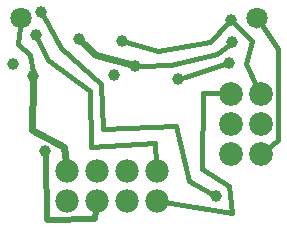
<source format=gbl>
G04 MADE WITH FRITZING*
G04 WWW.FRITZING.ORG*
G04 DOUBLE SIDED*
G04 HOLES PLATED*
G04 CONTOUR ON CENTER OF CONTOUR VECTOR*
%ASAXBY*%
%FSLAX23Y23*%
%MOIN*%
%OFA0B0*%
%SFA1.0B1.0*%
%ADD10C,0.079370*%
%ADD11C,0.071181*%
%ADD12C,0.078000*%
%ADD13C,0.039370*%
%ADD14C,0.024000*%
%ADD15C,0.016000*%
%ADD16C,0.021000*%
%ADD17R,0.001000X0.001000*%
%LNCOPPER0*%
G90*
G70*
G54D10*
X798Y479D03*
X798Y379D03*
X798Y279D03*
X798Y479D03*
X798Y379D03*
X798Y279D03*
X898Y279D03*
X898Y379D03*
X898Y479D03*
G54D11*
X885Y733D03*
X98Y733D03*
X885Y733D03*
X98Y733D03*
X885Y733D03*
X98Y733D03*
G54D12*
X252Y123D03*
X352Y123D03*
X452Y123D03*
X552Y123D03*
X252Y123D03*
X352Y123D03*
X452Y123D03*
X552Y123D03*
X552Y223D03*
X452Y223D03*
X352Y223D03*
X252Y223D03*
G54D13*
X409Y543D03*
X293Y662D03*
X480Y573D03*
X181Y287D03*
X148Y676D03*
X435Y655D03*
X804Y651D03*
X141Y537D03*
X748Y139D03*
X167Y753D03*
X622Y527D03*
X794Y581D03*
X72Y579D03*
X798Y726D03*
G54D14*
X135Y359D02*
X244Y301D01*
D02*
X244Y301D02*
X249Y253D01*
D02*
X140Y518D02*
X135Y359D01*
G54D15*
D02*
X129Y609D02*
X139Y550D01*
D02*
X89Y644D02*
X129Y609D01*
D02*
X95Y702D02*
X89Y644D01*
G54D14*
D02*
X348Y607D02*
X306Y649D01*
D02*
X462Y578D02*
X348Y607D01*
G54D16*
D02*
X346Y63D02*
X349Y93D01*
D02*
X185Y57D02*
X346Y63D01*
D02*
X182Y268D02*
X185Y57D01*
G54D15*
D02*
X707Y481D02*
X773Y480D01*
D02*
X792Y170D02*
X704Y229D01*
D02*
X704Y229D02*
X707Y481D01*
D02*
X804Y81D02*
X792Y170D01*
D02*
X576Y119D02*
X804Y81D01*
D02*
X191Y592D02*
X154Y664D01*
D02*
X331Y489D02*
X191Y592D01*
D02*
X546Y314D02*
X333Y303D01*
D02*
X550Y247D02*
X546Y314D01*
D02*
X729Y651D02*
X557Y622D01*
D02*
X850Y577D02*
X868Y655D01*
D02*
X789Y716D02*
X729Y651D01*
D02*
X868Y655D02*
X808Y716D01*
D02*
X557Y622D02*
X448Y652D01*
D02*
X887Y502D02*
X850Y577D01*
D02*
X754Y613D02*
X600Y576D01*
D02*
X600Y576D02*
X493Y573D01*
D02*
X793Y643D02*
X754Y613D01*
D02*
X661Y187D02*
X736Y145D01*
D02*
X233Y631D02*
X365Y511D01*
D02*
X365Y511D02*
X372Y361D01*
D02*
X372Y361D02*
X615Y372D01*
D02*
X615Y372D02*
X661Y187D01*
D02*
X173Y742D02*
X233Y631D01*
D02*
X333Y303D02*
X331Y489D01*
D02*
X781Y577D02*
X635Y531D01*
D02*
X957Y326D02*
X955Y627D01*
D02*
X955Y627D02*
X903Y707D01*
D02*
X918Y295D02*
X957Y326D01*
G54D17*
D02*
G04 End of Copper0*
M02*
</source>
